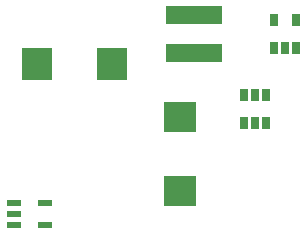
<source format=gtp>
G75*
G70*
%OFA0B0*%
%FSLAX24Y24*%
%IPPOS*%
%LPD*%
%AMOC8*
5,1,8,0,0,1.08239X$1,22.5*
%
%ADD10R,0.0472X0.0217*%
%ADD11R,0.0276X0.0394*%
%ADD12R,0.1890X0.0630*%
%ADD13R,0.1004X0.1063*%
%ADD14R,0.1063X0.1004*%
D10*
X007488Y015816D03*
X007488Y016190D03*
X007488Y016564D03*
X008512Y016564D03*
X008512Y015816D03*
D11*
X015126Y019217D03*
X015500Y019217D03*
X015874Y019217D03*
X015874Y020162D03*
X015500Y020162D03*
X015126Y020162D03*
X016126Y021717D03*
X016500Y021717D03*
X016874Y021717D03*
X016874Y022662D03*
X016126Y022662D03*
D12*
X013461Y022820D03*
X013461Y021560D03*
D13*
X010748Y021190D03*
X008252Y021190D03*
D14*
X013000Y019438D03*
X013000Y016942D03*
M02*

</source>
